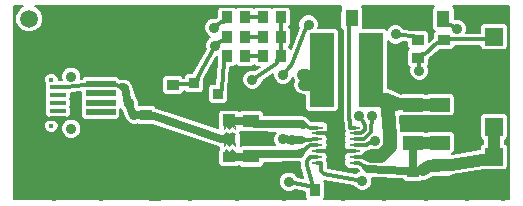
<source format=gtl>
%FSLAX45Y45*%
G04 Gerber Fmt 4.5, Leading zero omitted, Abs format (unit mm)*
G04 Created by KiCad (PCBNEW (2014-07-12 BZR 4289 GOST-COMMITTERS)-product) date 07.04.2017 13:29:06*
%MOMM*%
G01*
G04 APERTURE LIST*
%ADD10C,0.150000*%
%ADD11C,0.100000*%
%ADD12C,0.900000*%
%ADD13R,2.500000X2.000000*%
%ADD14R,2.500000X0.500000*%
%ADD15C,0.400000*%
%ADD16R,1.400000X1.600000*%
%ADD17R,1.900000X1.900000*%
%ADD18R,1.350000X0.400000*%
%ADD19R,1.016000X0.889000*%
%ADD20R,1.400000X1.100000*%
%ADD21R,0.889000X1.016000*%
%ADD22R,1.100000X1.400000*%
%ADD23R,2.000000X6.300000*%
%ADD24R,0.900000X1.000000*%
%ADD25R,1.000000X0.900000*%
%ADD26R,1.700000X1.143000*%
%ADD27C,1.500000*%
%ADD28R,1.100000X1.000000*%
%ADD29R,1.100000X0.700000*%
%ADD30R,1.100000X0.900000*%
%ADD31R,0.914400X0.914400*%
%ADD32R,1.500000X1.500000*%
%ADD33C,5.000000*%
%ADD34R,0.800000X0.800000*%
%ADD35O,1.000000X0.250000*%
%ADD36R,1.000000X0.250000*%
%ADD37C,0.300000*%
%ADD38C,0.700000*%
%ADD39C,1.200000*%
%ADD40C,1.000000*%
%ADD41C,0.200000*%
G04 APERTURE END LIST*
D10*
D11*
X10587400Y-6407480D02*
X10687400Y-6407480D01*
X10612400Y-6382480D02*
X10587400Y-6407480D01*
X10637400Y-6407480D02*
X10612400Y-6382480D01*
X10662400Y-6382480D02*
X10637400Y-6407480D01*
X10687400Y-6407480D02*
X10662400Y-6382480D01*
X10672400Y-6402480D02*
X10662400Y-6402480D01*
X10662400Y-6392480D02*
X10672400Y-6402480D01*
X10652400Y-6402480D02*
X10662400Y-6392480D01*
X10622400Y-6402480D02*
X10607400Y-6402480D01*
X10612400Y-6392480D02*
X10622400Y-6402480D01*
X10597400Y-6402480D02*
X10612400Y-6392480D01*
X10662400Y-6337480D02*
X10687400Y-6362480D01*
X10637400Y-6362480D02*
X10662400Y-6337480D01*
X10612400Y-6337480D02*
X10587400Y-6362480D01*
X10637400Y-6362480D02*
X10612400Y-6337480D01*
X10587400Y-6332480D02*
X10587400Y-6362480D01*
X10687400Y-6332480D02*
X10587400Y-6332480D01*
X10687400Y-6362480D02*
X10687400Y-6332480D01*
X10682400Y-6347480D02*
X10672400Y-6337480D01*
X10682400Y-6337480D02*
X10682400Y-6347480D01*
X10602400Y-6337480D02*
X10597400Y-6342480D01*
X10592400Y-6337480D02*
X10602400Y-6337480D01*
X10592400Y-6352480D02*
X10592400Y-6337480D01*
X10627400Y-6342480D02*
X10637400Y-6342480D01*
X10637400Y-6352480D02*
X10627400Y-6342480D01*
X10652400Y-6337480D02*
X10637400Y-6352480D01*
X10617400Y-6337480D02*
X10652400Y-6337480D01*
X10617400Y-6192480D02*
X10652400Y-6192480D01*
X10652400Y-6192480D02*
X10637400Y-6207480D01*
X10637400Y-6207480D02*
X10627400Y-6197480D01*
X10627400Y-6197480D02*
X10637400Y-6197480D01*
X10592400Y-6207480D02*
X10592400Y-6192480D01*
X10592400Y-6192480D02*
X10602400Y-6192480D01*
X10602400Y-6192480D02*
X10597400Y-6197480D01*
X10597400Y-6257480D02*
X10612400Y-6247480D01*
X10612400Y-6247480D02*
X10622400Y-6257480D01*
X10622400Y-6257480D02*
X10607400Y-6257480D01*
X10652400Y-6257480D02*
X10662400Y-6247480D01*
X10662400Y-6247480D02*
X10672400Y-6257480D01*
X10672400Y-6257480D02*
X10662400Y-6257480D01*
X10682400Y-6192480D02*
X10682400Y-6202480D01*
X10682400Y-6202480D02*
X10672400Y-6192480D01*
X10687400Y-6217480D02*
X10687400Y-6187480D01*
X10687400Y-6187480D02*
X10587400Y-6187480D01*
X10587400Y-6187480D02*
X10587400Y-6217480D01*
X10687400Y-6262480D02*
X10662400Y-6237480D01*
X10662400Y-6237480D02*
X10637400Y-6262480D01*
X10637400Y-6262480D02*
X10612400Y-6237480D01*
X10612400Y-6237480D02*
X10587400Y-6262480D01*
X10587400Y-6262480D02*
X10687400Y-6262480D01*
X10637400Y-6217480D02*
X10612400Y-6192480D01*
X10612400Y-6192480D02*
X10587400Y-6217480D01*
X10637400Y-6217480D02*
X10662400Y-6192480D01*
X10662400Y-6192480D02*
X10687400Y-6217480D01*
D12*
X9296400Y-6214400D03*
D13*
X8996400Y-5549400D03*
X8996400Y-6439400D03*
X9546400Y-5549400D03*
X9546400Y-6439400D03*
D14*
X9546400Y-5834400D03*
X9546400Y-5914400D03*
X9546400Y-5994400D03*
X9546400Y-6074400D03*
X9546400Y-6154400D03*
D12*
X9296400Y-5774400D03*
D15*
X9130400Y-5799400D03*
D16*
X9150400Y-5674400D03*
X9150400Y-6314400D03*
D17*
X8915400Y-5589400D03*
X8915400Y-5849400D03*
X8915400Y-6139400D03*
X8915400Y-6399400D03*
D18*
X9184400Y-5864400D03*
X9184400Y-5929400D03*
X9184400Y-5994400D03*
X9184400Y-6059400D03*
X9184400Y-6124400D03*
D15*
X9130400Y-6189400D03*
D19*
X9931400Y-6096000D03*
X9931400Y-5943600D03*
D20*
X10820400Y-6150200D03*
X10820400Y-5940200D03*
X10820400Y-6448200D03*
X10820400Y-6658200D03*
D21*
X11361920Y-6732990D03*
X11514320Y-6732990D03*
D22*
X11672800Y-5272570D03*
X11882800Y-5272570D03*
D20*
X12420600Y-6524400D03*
X12420600Y-6734400D03*
D19*
X12192000Y-6578600D03*
X12192000Y-6731000D03*
D21*
X10769600Y-5600700D03*
X10617200Y-5600700D03*
X10769600Y-5435600D03*
X10617200Y-5435600D03*
X10769600Y-5270500D03*
X10617200Y-5270500D03*
D23*
X11421130Y-5713780D03*
X11836130Y-5713780D03*
D24*
X10923200Y-5600700D03*
X11073200Y-5600700D03*
X11073200Y-5435600D03*
X10923200Y-5435600D03*
X11073200Y-5270500D03*
X10923200Y-5270500D03*
D25*
X12235000Y-5462200D03*
X12235000Y-5612200D03*
X12455200Y-5610900D03*
X12455200Y-5460900D03*
D22*
X12449400Y-5281330D03*
X12239400Y-5281330D03*
D26*
X12189100Y-6012200D03*
X12189100Y-6332200D03*
X12420600Y-6012200D03*
X12420600Y-6332200D03*
D27*
X8940800Y-5283200D03*
X8940800Y-6705600D03*
D28*
X10637400Y-6142480D03*
D29*
X10637400Y-6297480D03*
D30*
X10637400Y-6452480D03*
D25*
X10160000Y-5843200D03*
X10160000Y-5993200D03*
D31*
X10337800Y-6007100D03*
X10337800Y-5829300D03*
X10541000Y-5918200D03*
D32*
X12877800Y-6451600D03*
X12877800Y-6197600D03*
D27*
X12877800Y-5943600D03*
D32*
X12877800Y-5435600D03*
D27*
X12877800Y-5689600D03*
D33*
X10007600Y-6575990D03*
X10010200Y-5418040D03*
D34*
X11498210Y-6433810D03*
X11578210Y-6193810D03*
D35*
X11698210Y-6203810D03*
X11698210Y-6353810D03*
X11698210Y-6303810D03*
X11698210Y-6253810D03*
X11698210Y-6453810D03*
X11698210Y-6503810D03*
X11698210Y-6403810D03*
X11378210Y-6403810D03*
X11378210Y-6503810D03*
X11378210Y-6453810D03*
D36*
X11378210Y-6203810D03*
D35*
X11378210Y-6253810D03*
X11378210Y-6303810D03*
X11378210Y-6353810D03*
D34*
X11578210Y-6273810D03*
X11578210Y-6353810D03*
X11578210Y-6433810D03*
X11578210Y-6513810D03*
X11498210Y-6193810D03*
X11498210Y-6273810D03*
X11498210Y-6353810D03*
X11498210Y-6513810D03*
D12*
X10827000Y-6300120D03*
X9150000Y-5210000D03*
X9550000Y-5210000D03*
X10500000Y-5210000D03*
X11330520Y-5210000D03*
X11550000Y-5210000D03*
X12000000Y-5210000D03*
X12600000Y-5210000D03*
X12950000Y-5210000D03*
X12950000Y-6780000D03*
X12650000Y-6780000D03*
X12300000Y-6780000D03*
X11950000Y-6780000D03*
X11100000Y-6780000D03*
X10700000Y-6780000D03*
X10300000Y-6780000D03*
X9550000Y-6780000D03*
X9150000Y-6780000D03*
X11595430Y-6781350D03*
X10687600Y-5759590D03*
X10660600Y-6010000D03*
X12061800Y-5560340D03*
X12307500Y-6190370D03*
X9785020Y-5999000D03*
X9831640Y-6093630D03*
X10832800Y-5797860D03*
X12045100Y-5415830D03*
X11307070Y-5331260D03*
X11092000Y-5756410D03*
X11141600Y-6660920D03*
X10516300Y-5511920D03*
X11871250Y-6319540D03*
X10507800Y-5358070D03*
X11845770Y-6105330D03*
X12244200Y-5722390D03*
X11732270Y-6104480D03*
X12560100Y-5366470D03*
X11763180Y-6655920D03*
X11266300Y-5840070D03*
X11171000Y-6306440D03*
X11264200Y-5762090D03*
X11094800Y-6302550D03*
D37*
X11698210Y-6403810D02*
X11576840Y-6404420D01*
X11576840Y-6404420D02*
X11578210Y-6353810D01*
X11498210Y-6273810D02*
X11498900Y-6252080D01*
X11498900Y-6252080D02*
X11378210Y-6253810D01*
X11498210Y-6433810D02*
X11496240Y-6424200D01*
X11496240Y-6424200D02*
X11494470Y-6401760D01*
X11494470Y-6401760D02*
X11378210Y-6403810D01*
X11579220Y-6423030D02*
X11578050Y-6426540D01*
X11486890Y-6274610D02*
X11498210Y-6273810D01*
D38*
X11978500Y-5280930D02*
X12000000Y-5210000D01*
X9996610Y-6611250D02*
X9977840Y-6608110D01*
D37*
X10000000Y-5380000D02*
X9989500Y-5380190D01*
X9989500Y-5380190D02*
X9983370Y-5380190D01*
X9983370Y-5380190D02*
X9978860Y-5381210D01*
X9978860Y-5381210D02*
X9985540Y-5385430D01*
D38*
X9986460Y-5372860D02*
X9977930Y-5372210D01*
D37*
X9977930Y-5372210D02*
X9987330Y-5364520D01*
X9546400Y-6439400D02*
X9436400Y-6376900D01*
X9436400Y-6376900D02*
X9421400Y-6376900D01*
X9421400Y-6376900D02*
X9220400Y-6376900D01*
X9220400Y-6376900D02*
X9205400Y-6376900D01*
X9205400Y-6376900D02*
X9150400Y-6314400D01*
X9546400Y-6439400D02*
X9546400Y-6354400D01*
X9546400Y-6354400D02*
X9546400Y-6339400D01*
X9546400Y-6339400D02*
X9546400Y-6179400D01*
X9546400Y-6179400D02*
X9546400Y-6164400D01*
X9546400Y-6164400D02*
X9546400Y-6154400D01*
D38*
X12877800Y-5689600D02*
X12877800Y-5829610D01*
D37*
X9993890Y-5424800D02*
X9993890Y-5411280D01*
X9993890Y-5411280D02*
X10003440Y-5401730D01*
X10003440Y-5401730D02*
X10017600Y-5389470D01*
X9953270Y-6589040D02*
X9677610Y-6524400D01*
X9677610Y-6524400D02*
X9671400Y-6524400D01*
X9671400Y-6524400D02*
X9656400Y-6524400D01*
X9656400Y-6524400D02*
X9546400Y-6439400D01*
D38*
X12387000Y-6750520D02*
X12405600Y-6734400D01*
X12405600Y-6734400D02*
X12420600Y-6734400D01*
X12877800Y-5943600D02*
X12877800Y-5829610D01*
D37*
X10820400Y-5940200D02*
X10765400Y-5900200D01*
X10765400Y-5900200D02*
X10765400Y-5885200D01*
X10765400Y-5885200D02*
X10765400Y-5878990D01*
X10765400Y-5878990D02*
X10687600Y-5759590D01*
D38*
X9977930Y-5372210D02*
X9550000Y-5210000D01*
D37*
X9975830Y-5381210D02*
X9677610Y-5464400D01*
X9677610Y-5464400D02*
X9671400Y-5464400D01*
X9671400Y-5464400D02*
X9656400Y-5464400D01*
X9656400Y-5464400D02*
X9546400Y-5549400D01*
D38*
X12299900Y-6725000D02*
X12300000Y-6780000D01*
D37*
X10160000Y-5993200D02*
X10195000Y-6000150D01*
X10195000Y-6000150D02*
X10210000Y-6000150D01*
X10210000Y-6000150D02*
X10292080Y-6000150D01*
X10292080Y-6000150D02*
X10307080Y-6000150D01*
X10307080Y-6000150D02*
X10337800Y-6007100D01*
D38*
X11978500Y-5280930D02*
X12184400Y-5280930D01*
X12184400Y-5280930D02*
X12219400Y-5280930D01*
X12219400Y-5280930D02*
X12239400Y-5281330D01*
X12650000Y-6780000D02*
X12950000Y-6780000D01*
D37*
X8915400Y-5849400D02*
X8915400Y-5769400D01*
X8915400Y-5769400D02*
X8915400Y-5754400D01*
X8915400Y-5754400D02*
X8915400Y-5684400D01*
X8915400Y-5684400D02*
X8915400Y-5669400D01*
X8915400Y-5669400D02*
X8915400Y-5589400D01*
X9150400Y-5674400D02*
X9205400Y-5611900D01*
X9205400Y-5611900D02*
X9220400Y-5611900D01*
X9220400Y-5611900D02*
X9421400Y-5611900D01*
X9421400Y-5611900D02*
X9436400Y-5611900D01*
X9436400Y-5611900D02*
X9546400Y-5549400D01*
D38*
X11514320Y-6732990D02*
X11523770Y-6748790D01*
X11523770Y-6748790D02*
X11558770Y-6748790D01*
X11558770Y-6748790D02*
X11573270Y-6748790D01*
X11573270Y-6748790D02*
X11593770Y-6769290D01*
X11593770Y-6769290D02*
X11595430Y-6781350D01*
X11882800Y-5272570D02*
X11902800Y-5280930D01*
X11902800Y-5280930D02*
X11937800Y-5280930D01*
X11937800Y-5280930D02*
X11978500Y-5280930D01*
X12877800Y-5829610D02*
X12830580Y-5829610D01*
X12830580Y-5829610D02*
X12289770Y-5832400D01*
X12289770Y-5832400D02*
X12198630Y-5832400D01*
X12198630Y-5832400D02*
X12134190Y-5767960D01*
X12134190Y-5767960D02*
X12061800Y-5560340D01*
D37*
X8940800Y-6705600D02*
X8940800Y-6539400D01*
X8940800Y-6539400D02*
X8940800Y-6524400D01*
X8940800Y-6524400D02*
X8996400Y-6439400D01*
X9953270Y-6589040D02*
X9953270Y-6597980D01*
X9953270Y-6597980D02*
X9958290Y-6612320D01*
X9977840Y-6608110D02*
X9987740Y-6615800D01*
X8915400Y-6399400D02*
X8915400Y-6319400D01*
X8915400Y-6319400D02*
X8915400Y-6304400D01*
X8915400Y-6304400D02*
X8915400Y-6234400D01*
X8915400Y-6234400D02*
X8915400Y-6219400D01*
X8915400Y-6219400D02*
X8915400Y-6139400D01*
X9977840Y-6608110D02*
X9970770Y-6603320D01*
X9970770Y-6603320D02*
X9964590Y-6597120D01*
X9964590Y-6597120D02*
X9953270Y-6589040D01*
D38*
X10700000Y-6780000D02*
X11100000Y-6780000D01*
X12950000Y-5210000D02*
X12600000Y-5210000D01*
X12192000Y-6731000D02*
X12207800Y-6725000D01*
X12207800Y-6725000D02*
X12242800Y-6725000D01*
X12242800Y-6725000D02*
X12299900Y-6725000D01*
D37*
X9931400Y-5943600D02*
X9967200Y-5914150D01*
X9967200Y-5914150D02*
X9967200Y-5899150D01*
X9967200Y-5899150D02*
X9967200Y-5892940D01*
X9967200Y-5892940D02*
X9993890Y-5424800D01*
X8915400Y-6139400D02*
X8915400Y-6059400D01*
X8915400Y-6059400D02*
X8915400Y-6044400D01*
X8915400Y-6044400D02*
X8915400Y-5944400D01*
X8915400Y-5944400D02*
X8915400Y-5929400D01*
X8915400Y-5929400D02*
X8915400Y-5849400D01*
D38*
X9977840Y-6608110D02*
X9975310Y-6610650D01*
X9975310Y-6610650D02*
X9973020Y-6618420D01*
X9973020Y-6618420D02*
X9964390Y-6627050D01*
X9964390Y-6627050D02*
X9550000Y-6780000D01*
D37*
X8915400Y-6139400D02*
X8995400Y-6129400D01*
X8995400Y-6129400D02*
X9010400Y-6129400D01*
X9010400Y-6129400D02*
X9116900Y-6129400D01*
X9116900Y-6129400D02*
X9131900Y-6129400D01*
X9131900Y-6129400D02*
X9184400Y-6124400D01*
D38*
X10500000Y-5210000D02*
X10009670Y-5370330D01*
X10009670Y-5370330D02*
X10000000Y-5380000D01*
D37*
X9931400Y-5943600D02*
X9967200Y-5968400D01*
X9967200Y-5968400D02*
X9982200Y-5968400D01*
X9982200Y-5968400D02*
X10110000Y-5968400D01*
X10110000Y-5968400D02*
X10125000Y-5968400D01*
X10125000Y-5968400D02*
X10160000Y-5993200D01*
X9546400Y-5549400D02*
X9571400Y-5549400D01*
X9571400Y-5549400D02*
X9614940Y-5521140D01*
D38*
X9996610Y-6611250D02*
X10300000Y-6780000D01*
X10820400Y-6658200D02*
X10785400Y-6638200D01*
X10785400Y-6638200D02*
X10750400Y-6638200D01*
X10750400Y-6638200D02*
X10735900Y-6638200D01*
X10735900Y-6638200D02*
X9996610Y-6611250D01*
D37*
X9953270Y-6589040D02*
X9977070Y-6588120D01*
D38*
X12455200Y-5610900D02*
X12470200Y-5620900D01*
X12470200Y-5620900D02*
X12505200Y-5620900D01*
X12505200Y-5620900D02*
X12519700Y-5620900D01*
X12519700Y-5620900D02*
X12877800Y-5689600D01*
X10000000Y-5380000D02*
X9986460Y-5372860D01*
X12420600Y-6734400D02*
X12385600Y-6725000D01*
X12385600Y-6725000D02*
X12350600Y-6725000D01*
X12350600Y-6725000D02*
X12299900Y-6725000D01*
D37*
X9986460Y-5372860D02*
X9978860Y-5381210D01*
X9981330Y-5387170D02*
X9993890Y-5424800D01*
X9699230Y-5851320D02*
X9707880Y-5851320D01*
X9707880Y-5851320D02*
X9735380Y-5863410D01*
X9735380Y-5863410D02*
X9738640Y-5863410D01*
X9738640Y-5863410D02*
X9744950Y-5865950D01*
X11073200Y-5435600D02*
X11073200Y-5400600D01*
X11073200Y-5400600D02*
X11073200Y-5385600D01*
X11073200Y-5385600D02*
X11073200Y-5320500D01*
X11073200Y-5320500D02*
X11073200Y-5305500D01*
X11073200Y-5305500D02*
X11073200Y-5270500D01*
X10832800Y-5797860D02*
X11034410Y-5665700D01*
X11034410Y-5665700D02*
X11043200Y-5656910D01*
X11043200Y-5656910D02*
X11043200Y-5650700D01*
X11043200Y-5650700D02*
X11043200Y-5635700D01*
X11043200Y-5635700D02*
X11073200Y-5600700D01*
D38*
X9785020Y-5999000D02*
X9783040Y-6001970D01*
D37*
X11073200Y-5435600D02*
X11073200Y-5470600D01*
X11073200Y-5470600D02*
X11073200Y-5485600D01*
X11073200Y-5485600D02*
X11073200Y-5550700D01*
X11073200Y-5550700D02*
X11073200Y-5565700D01*
X11073200Y-5565700D02*
X11073200Y-5600700D01*
D38*
X9831640Y-6093630D02*
X9880600Y-6093630D01*
X9880600Y-6093630D02*
X9915600Y-6093630D01*
X9915600Y-6093630D02*
X9931400Y-6096000D01*
D37*
X9546400Y-5834400D02*
X9656400Y-5844400D01*
X9656400Y-5844400D02*
X9671400Y-5844400D01*
X9671400Y-5844400D02*
X9677610Y-5844400D01*
X9677610Y-5844400D02*
X9699230Y-5851320D01*
X9742550Y-5846090D02*
X9717120Y-5846090D01*
X9717120Y-5846090D02*
X9699230Y-5851320D01*
D38*
X9783040Y-6001970D02*
X9816230Y-6078210D01*
X9816230Y-6078210D02*
X9831640Y-6093630D01*
X9783040Y-6001970D02*
X9781520Y-6000450D01*
X9781520Y-6000450D02*
X9751450Y-5872450D01*
X9751450Y-5872450D02*
X9744950Y-5865950D01*
D37*
X9184400Y-5864400D02*
X9236900Y-5859400D01*
X9236900Y-5859400D02*
X9251900Y-5859400D01*
X9251900Y-5859400D02*
X9258110Y-5859400D01*
X9258110Y-5859400D02*
X9402760Y-5844390D01*
X9402760Y-5844390D02*
X9421400Y-5844390D01*
X9421400Y-5844390D02*
X9436400Y-5844390D01*
X9436400Y-5844390D02*
X9546400Y-5834400D01*
X9699230Y-5851320D02*
X9707910Y-5860440D01*
X9707910Y-5860440D02*
X9728200Y-5880730D01*
X9728200Y-5880730D02*
X9731470Y-5880730D01*
D38*
X9931400Y-6096000D02*
X9947200Y-6105450D01*
X9947200Y-6105450D02*
X9982200Y-6105450D01*
X9982200Y-6105450D02*
X9996700Y-6105450D01*
X9996700Y-6105450D02*
X10567900Y-6297480D01*
X10567900Y-6297480D02*
X10582400Y-6297480D01*
X10582400Y-6297480D02*
X10617400Y-6297480D01*
X10617400Y-6297480D02*
X10637400Y-6297480D01*
D37*
X11307070Y-5331260D02*
X11276120Y-5380140D01*
X11276120Y-5380140D02*
X11163210Y-5669340D01*
X11163210Y-5669340D02*
X11092000Y-5756410D01*
X11141600Y-6660920D02*
X11311260Y-6697190D01*
X11311260Y-6697190D02*
X11317470Y-6697190D01*
X11317470Y-6697190D02*
X11332470Y-6697190D01*
X11332470Y-6697190D02*
X11361920Y-6732990D01*
X11361920Y-6732990D02*
X11332470Y-6697190D01*
X11332470Y-6697190D02*
X11332470Y-6682190D01*
X11332470Y-6682190D02*
X11332470Y-6675980D01*
X11332470Y-6675980D02*
X11290710Y-6524520D01*
X11290710Y-6524520D02*
X11290710Y-6483100D01*
X11290710Y-6483100D02*
X11320000Y-6453810D01*
X11320000Y-6453810D02*
X11340710Y-6453810D01*
X11340710Y-6453810D02*
X11378210Y-6453810D01*
X12045100Y-5415830D02*
X12178790Y-5432200D01*
X12178790Y-5432200D02*
X12185000Y-5432200D01*
X12185000Y-5432200D02*
X12200000Y-5432200D01*
X12200000Y-5432200D02*
X12235000Y-5462200D01*
X11698210Y-6203810D02*
X11660710Y-6203810D01*
X11660710Y-6203810D02*
X11655280Y-6141020D01*
X11655280Y-6141020D02*
X11653480Y-6139200D01*
X11653480Y-6139200D02*
X11652000Y-6137730D01*
X11652000Y-6137730D02*
X11652000Y-5342570D01*
X11652000Y-5342570D02*
X11652000Y-5327570D01*
X11652000Y-5327570D02*
X11672800Y-5272570D01*
X11871250Y-6319540D02*
X11802910Y-6346750D01*
X11802910Y-6346750D02*
X11800700Y-6348960D01*
X11800700Y-6348960D02*
X11792390Y-6352400D01*
X11792390Y-6352400D02*
X11777130Y-6353810D01*
X11777130Y-6353810D02*
X11735710Y-6353810D01*
X11735710Y-6353810D02*
X11698210Y-6353810D01*
X10516300Y-5511920D02*
X10566540Y-5471400D01*
X10566540Y-5471400D02*
X10572750Y-5471400D01*
X10572750Y-5471400D02*
X10587750Y-5471400D01*
X10587750Y-5471400D02*
X10617200Y-5435600D01*
X10337800Y-5829300D02*
X10368520Y-5798580D01*
X10368520Y-5798580D02*
X10368520Y-5783580D01*
X10368520Y-5783580D02*
X10368520Y-5777370D01*
X10368520Y-5777370D02*
X10516300Y-5511920D01*
X10160000Y-5843200D02*
X10195000Y-5836250D01*
X10195000Y-5836250D02*
X10210000Y-5836250D01*
X10210000Y-5836250D02*
X10292080Y-5836250D01*
X10292080Y-5836250D02*
X10307080Y-5836250D01*
X10307080Y-5836250D02*
X10337800Y-5829300D01*
X10507800Y-5358070D02*
X10566540Y-5306300D01*
X10566540Y-5306300D02*
X10572750Y-5306300D01*
X10572750Y-5306300D02*
X10587750Y-5306300D01*
X10587750Y-5306300D02*
X10617200Y-5270500D01*
X11845770Y-6105330D02*
X11833320Y-6244240D01*
X11833320Y-6244240D02*
X11776140Y-6301420D01*
X11776140Y-6301420D02*
X11756420Y-6303810D01*
X11756420Y-6303810D02*
X11735710Y-6303810D01*
X11735710Y-6303810D02*
X11698210Y-6303810D01*
X12235000Y-5612200D02*
X12270000Y-5582200D01*
X12270000Y-5582200D02*
X12285000Y-5582200D01*
X12285000Y-5582200D02*
X12291210Y-5582200D01*
X12291210Y-5582200D02*
X12398990Y-5490900D01*
X12398990Y-5490900D02*
X12405200Y-5490900D01*
X12405200Y-5490900D02*
X12420200Y-5490900D01*
X12420200Y-5490900D02*
X12455200Y-5460900D01*
X12455200Y-5460900D02*
X12490200Y-5456480D01*
X12490200Y-5456480D02*
X12505200Y-5456480D01*
X12505200Y-5456480D02*
X12802800Y-5456480D01*
X12802800Y-5456480D02*
X12817800Y-5456480D01*
X12817800Y-5456480D02*
X12877800Y-5435600D01*
X11732270Y-6104480D02*
X11755790Y-6142600D01*
X11755790Y-6142600D02*
X11783270Y-6184110D01*
X11783270Y-6184110D02*
X11783270Y-6223510D01*
X11783270Y-6223510D02*
X11755410Y-6251370D01*
X11755410Y-6251370D02*
X11735710Y-6253810D01*
X11735710Y-6253810D02*
X11698210Y-6253810D01*
X12244200Y-5722390D02*
X12244200Y-5657200D01*
X12244200Y-5657200D02*
X12244200Y-5642200D01*
X12244200Y-5642200D02*
X12235000Y-5612200D01*
X12560100Y-5366470D02*
X12510610Y-5336330D01*
X12510610Y-5336330D02*
X12504400Y-5336330D01*
X12504400Y-5336330D02*
X12489400Y-5336330D01*
X12489400Y-5336330D02*
X12449400Y-5281330D01*
X11763180Y-6655920D02*
X11439570Y-6598820D01*
X11439570Y-6598820D02*
X11413200Y-6572450D01*
X11413200Y-6572450D02*
X11413200Y-6503810D01*
X11413200Y-6503810D02*
X11378210Y-6503810D01*
X11295940Y-6193450D02*
X11265370Y-6162310D01*
X11295940Y-6193450D02*
X11252390Y-6196270D01*
D38*
X10637400Y-6142480D02*
X10657400Y-6146340D01*
X10657400Y-6146340D02*
X10692400Y-6146340D01*
X10692400Y-6146340D02*
X10750400Y-6146340D01*
X10750400Y-6146340D02*
X10785400Y-6146340D01*
X10785400Y-6146340D02*
X10820400Y-6150200D01*
D37*
X11251100Y-6176310D02*
X11323030Y-6203810D01*
X11323030Y-6203810D02*
X11328210Y-6203810D01*
X11328210Y-6203810D02*
X11343210Y-6203810D01*
X11343210Y-6203810D02*
X11378210Y-6203810D01*
D38*
X10820400Y-6150200D02*
X10855400Y-6170200D01*
X10855400Y-6170200D02*
X10890400Y-6170200D01*
X10890400Y-6170200D02*
X10904900Y-6170200D01*
X10904900Y-6170200D02*
X11251100Y-6176310D01*
D37*
X11272520Y-6394010D02*
X11230160Y-6404480D01*
X11272520Y-6394010D02*
X11252800Y-6432940D01*
X11234960Y-6423900D02*
X11320750Y-6355630D01*
X11320750Y-6355630D02*
X11331940Y-6355630D01*
X11331940Y-6355630D02*
X11340710Y-6353810D01*
X11340710Y-6353810D02*
X11378210Y-6353810D01*
D38*
X10637400Y-6452480D02*
X10657400Y-6450340D01*
X10657400Y-6450340D02*
X10692400Y-6450340D01*
X10692400Y-6450340D02*
X10750400Y-6450340D01*
X10750400Y-6450340D02*
X10785400Y-6450340D01*
X10785400Y-6450340D02*
X10820400Y-6448200D01*
X10820400Y-6448200D02*
X10855400Y-6428200D01*
X10855400Y-6428200D02*
X10890400Y-6428200D01*
X10890400Y-6428200D02*
X10904900Y-6428200D01*
X10904900Y-6428200D02*
X11234960Y-6423900D01*
D37*
X11756420Y-6453810D02*
X11824480Y-6483390D01*
X11756420Y-6453810D02*
X11814100Y-6407130D01*
D39*
X12047130Y-6007050D02*
X11960980Y-5968780D01*
X11960980Y-5968780D02*
X11936130Y-5968780D01*
X11936130Y-5968780D02*
X11876130Y-5968780D01*
X11876130Y-5968780D02*
X11836130Y-5713780D01*
D37*
X11698210Y-6453810D02*
X11735710Y-6453810D01*
X11735710Y-6453810D02*
X11756420Y-6453810D01*
X11756420Y-6453810D02*
X11842410Y-6442110D01*
D40*
X12189100Y-6012200D02*
X12154100Y-6007050D01*
X12154100Y-6007050D02*
X12104100Y-6007050D01*
X12104100Y-6007050D02*
X12047130Y-6007050D01*
X12420600Y-6012200D02*
X12385600Y-6012200D01*
X12385600Y-6012200D02*
X12335600Y-6012200D01*
X12335600Y-6012200D02*
X12274100Y-6012200D01*
X12274100Y-6012200D02*
X12224100Y-6012200D01*
X12224100Y-6012200D02*
X12189100Y-6012200D01*
D39*
X11836130Y-5713780D02*
X11876130Y-5968780D01*
X11876130Y-5968780D02*
X11936130Y-5968780D01*
X11936130Y-5968780D02*
X11974260Y-6009810D01*
X11974260Y-6009810D02*
X11976500Y-6012060D01*
X11976500Y-6012060D02*
X11976500Y-6036310D01*
X11976500Y-6036310D02*
X11980780Y-6051350D01*
X11980780Y-6051350D02*
X11993820Y-6268770D01*
X11993820Y-6268770D02*
X11993820Y-6370310D01*
X11993820Y-6370310D02*
X11922020Y-6442110D01*
X11922020Y-6442110D02*
X11842410Y-6442110D01*
D37*
X11289990Y-6305480D02*
X11249460Y-6289300D01*
X11289990Y-6305480D02*
X11251280Y-6325620D01*
X11242050Y-6307880D02*
X11295190Y-6305220D01*
X11295190Y-6305220D02*
X11378210Y-6303810D01*
D38*
X11371000Y-5838150D02*
X11418200Y-5838150D01*
X11418200Y-5838150D02*
X11421130Y-5713780D01*
X11171000Y-6306440D02*
X11094800Y-6302550D01*
X11242050Y-6307880D02*
X11171000Y-6306440D01*
D40*
X11264200Y-5762090D02*
X11341700Y-5767440D01*
X11266300Y-5840070D02*
X11371000Y-5838150D01*
D37*
X11770610Y-6528410D02*
X11792570Y-6566120D01*
X11770610Y-6528410D02*
X11813510Y-6536400D01*
D38*
X12192000Y-6578600D02*
X12207800Y-6569150D01*
X12207800Y-6569150D02*
X12242800Y-6569150D01*
X12242800Y-6569150D02*
X12278700Y-6564050D01*
X12189100Y-6332200D02*
X12190550Y-6354350D01*
X12190550Y-6354350D02*
X12190550Y-6389350D01*
X12190550Y-6389350D02*
X12190550Y-6534150D01*
X12190550Y-6534150D02*
X12190550Y-6569150D01*
X12190550Y-6569150D02*
X12192000Y-6578600D01*
D40*
X12420600Y-6332200D02*
X12385600Y-6332200D01*
X12385600Y-6332200D02*
X12335600Y-6332200D01*
X12335600Y-6332200D02*
X12274100Y-6332200D01*
X12274100Y-6332200D02*
X12224100Y-6332200D01*
X12224100Y-6332200D02*
X12189100Y-6332200D01*
X12420600Y-6524400D02*
X12440600Y-6519410D01*
X12440600Y-6519410D02*
X12490600Y-6519410D01*
X12490600Y-6519410D02*
X12511310Y-6519410D01*
X12511310Y-6519410D02*
X12782090Y-6476600D01*
X12782090Y-6476600D02*
X12802800Y-6476600D01*
X12802800Y-6476600D02*
X12852800Y-6476600D01*
X12852800Y-6476600D02*
X12877800Y-6451600D01*
D37*
X11809850Y-6556060D02*
X11735710Y-6503810D01*
X11735710Y-6503810D02*
X11698210Y-6503810D01*
D40*
X12877800Y-6451600D02*
X12877800Y-6426600D01*
X12877800Y-6426600D02*
X12877800Y-6376600D01*
X12877800Y-6376600D02*
X12877800Y-6272600D01*
X12877800Y-6272600D02*
X12877800Y-6222600D01*
X12877800Y-6222600D02*
X12877800Y-6197600D01*
D38*
X12192000Y-6578600D02*
X12176200Y-6569150D01*
X12176200Y-6569150D02*
X12141200Y-6569150D01*
X12141200Y-6569150D02*
X12126700Y-6569150D01*
X12126700Y-6569150D02*
X11809850Y-6556060D01*
D40*
X12278700Y-6564050D02*
X12329890Y-6529390D01*
X12329890Y-6529390D02*
X12350600Y-6529390D01*
X12350600Y-6529390D02*
X12400600Y-6529390D01*
X12400600Y-6529390D02*
X12420600Y-6524400D01*
D37*
X10541000Y-5918200D02*
X10571720Y-5887480D01*
X10571720Y-5887480D02*
X10571720Y-5872480D01*
X10571720Y-5872480D02*
X10571720Y-5866270D01*
X10571720Y-5866270D02*
X10587750Y-5657710D01*
X10587750Y-5657710D02*
X10587750Y-5651500D01*
X10587750Y-5651500D02*
X10587750Y-5636500D01*
X10587750Y-5636500D02*
X10617200Y-5600700D01*
X10923200Y-5435600D02*
X10893200Y-5435600D01*
X10893200Y-5435600D02*
X10878200Y-5435600D01*
X10878200Y-5435600D02*
X10814050Y-5435600D01*
X10814050Y-5435600D02*
X10799050Y-5435600D01*
X10799050Y-5435600D02*
X10769600Y-5435600D01*
X10769600Y-5600700D02*
X10799050Y-5600700D01*
X10799050Y-5600700D02*
X10814050Y-5600700D01*
X10814050Y-5600700D02*
X10878200Y-5600700D01*
X10878200Y-5600700D02*
X10893200Y-5600700D01*
X10893200Y-5600700D02*
X10923200Y-5600700D01*
X10923200Y-5270500D02*
X10893200Y-5270500D01*
X10893200Y-5270500D02*
X10878200Y-5270500D01*
X10878200Y-5270500D02*
X10814050Y-5270500D01*
X10814050Y-5270500D02*
X10799050Y-5270500D01*
X10799050Y-5270500D02*
X10769600Y-5270500D01*
D41*
G36*
X11029719Y-6247414D02*
X11022783Y-6254338D01*
X11009815Y-6285568D01*
X11009785Y-6319383D01*
X11022699Y-6350636D01*
X11023707Y-6351646D01*
X10904414Y-6353200D01*
X10898357Y-6353200D01*
X10890400Y-6353200D01*
X10882444Y-6353200D01*
X10855400Y-6353200D01*
X10742444Y-6353200D01*
X10732400Y-6357360D01*
X10732400Y-6340436D01*
X10732400Y-6332480D01*
X10732400Y-6324523D01*
X10732400Y-6262480D01*
X10732400Y-6254523D01*
X10729355Y-6247173D01*
X10728975Y-6245259D01*
X10727891Y-6243637D01*
X10726310Y-6239822D01*
X10725856Y-6239368D01*
X10726715Y-6238083D01*
X10727742Y-6239110D01*
X10742444Y-6245200D01*
X10758357Y-6245200D01*
X10855400Y-6245200D01*
X10890400Y-6245200D01*
X10898357Y-6245200D01*
X10904239Y-6245200D01*
X11029719Y-6247414D01*
X11029719Y-6247414D01*
G37*
X11029719Y-6247414D02*
X11022783Y-6254338D01*
X11009815Y-6285568D01*
X11009785Y-6319383D01*
X11022699Y-6350636D01*
X11023707Y-6351646D01*
X10904414Y-6353200D01*
X10898357Y-6353200D01*
X10890400Y-6353200D01*
X10882444Y-6353200D01*
X10855400Y-6353200D01*
X10742444Y-6353200D01*
X10732400Y-6357360D01*
X10732400Y-6340436D01*
X10732400Y-6332480D01*
X10732400Y-6324523D01*
X10732400Y-6262480D01*
X10732400Y-6254523D01*
X10729355Y-6247173D01*
X10728975Y-6245259D01*
X10727891Y-6243637D01*
X10726310Y-6239822D01*
X10725856Y-6239368D01*
X10726715Y-6238083D01*
X10727742Y-6239110D01*
X10742444Y-6245200D01*
X10758357Y-6245200D01*
X10855400Y-6245200D01*
X10890400Y-6245200D01*
X10898357Y-6245200D01*
X10904239Y-6245200D01*
X11029719Y-6247414D01*
G36*
X11734549Y-6575780D02*
X11715094Y-6583818D01*
X11708482Y-6590419D01*
X11561130Y-6564419D01*
X11561130Y-6036736D01*
X11561130Y-6020823D01*
X11561130Y-5390824D01*
X11555040Y-5376122D01*
X11543788Y-5364870D01*
X11529086Y-5358780D01*
X11513173Y-5358780D01*
X11387679Y-5358780D01*
X11392055Y-5348242D01*
X11392085Y-5314427D01*
X11379171Y-5283174D01*
X11355281Y-5259243D01*
X11324052Y-5246275D01*
X11290237Y-5246245D01*
X11258984Y-5259159D01*
X11235053Y-5283049D01*
X11222085Y-5314278D01*
X11222055Y-5348093D01*
X11226189Y-5358098D01*
X11224886Y-5360137D01*
X11155828Y-5537018D01*
X11152110Y-5528042D01*
X11142219Y-5518150D01*
X11152110Y-5508258D01*
X11158200Y-5493557D01*
X11158200Y-5477644D01*
X11158200Y-5377644D01*
X11152110Y-5362942D01*
X11142219Y-5353050D01*
X11152110Y-5343158D01*
X11158200Y-5328457D01*
X11158200Y-5312544D01*
X11158200Y-5212544D01*
X11152110Y-5197842D01*
X11140858Y-5186590D01*
X11126157Y-5180500D01*
X11110244Y-5180500D01*
X11020244Y-5180500D01*
X11005542Y-5186590D01*
X10998200Y-5193931D01*
X10990858Y-5186590D01*
X10976157Y-5180500D01*
X10960244Y-5180500D01*
X10870244Y-5180500D01*
X10855542Y-5186590D01*
X10846525Y-5195606D01*
X10836708Y-5185790D01*
X10822007Y-5179700D01*
X10806094Y-5179700D01*
X10717194Y-5179700D01*
X10702492Y-5185790D01*
X10693400Y-5194881D01*
X10684308Y-5185790D01*
X10669607Y-5179700D01*
X10653694Y-5179700D01*
X10564794Y-5179700D01*
X10550092Y-5185790D01*
X10538840Y-5197042D01*
X10532750Y-5211744D01*
X10532750Y-5227657D01*
X10532750Y-5263543D01*
X10530174Y-5265038D01*
X10521048Y-5273082D01*
X10490967Y-5273055D01*
X10459714Y-5285969D01*
X10435783Y-5309859D01*
X10422815Y-5341088D01*
X10422785Y-5374903D01*
X10435699Y-5406156D01*
X10459589Y-5430087D01*
X10475637Y-5436751D01*
X10468214Y-5439819D01*
X10444283Y-5463709D01*
X10431315Y-5494938D01*
X10431285Y-5528753D01*
X10436693Y-5541842D01*
X10324383Y-5743580D01*
X10284124Y-5743580D01*
X10269422Y-5749670D01*
X10258170Y-5760922D01*
X10252080Y-5775623D01*
X10252080Y-5781250D01*
X10246275Y-5781250D01*
X10243910Y-5775542D01*
X10232658Y-5764290D01*
X10217957Y-5758200D01*
X10202044Y-5758200D01*
X10102044Y-5758200D01*
X10087342Y-5764290D01*
X10076090Y-5775542D01*
X10070000Y-5790243D01*
X10070000Y-5806156D01*
X10070000Y-5896156D01*
X10076090Y-5910858D01*
X10087342Y-5922110D01*
X10102044Y-5928200D01*
X10117957Y-5928200D01*
X10217957Y-5928200D01*
X10232658Y-5922110D01*
X10243910Y-5910858D01*
X10250000Y-5896156D01*
X10250000Y-5891250D01*
X10255507Y-5891250D01*
X10258170Y-5897678D01*
X10269422Y-5908930D01*
X10284124Y-5915020D01*
X10300037Y-5915020D01*
X10391477Y-5915020D01*
X10406178Y-5908930D01*
X10417430Y-5897678D01*
X10423520Y-5882976D01*
X10423520Y-5867063D01*
X10423520Y-5798580D01*
X10423520Y-5791648D01*
X10531920Y-5596934D01*
X10532750Y-5596934D01*
X10532750Y-5636500D01*
X10532750Y-5651500D01*
X10532750Y-5655599D01*
X10519155Y-5832480D01*
X10487324Y-5832480D01*
X10472622Y-5838570D01*
X10461370Y-5849822D01*
X10455280Y-5864523D01*
X10455280Y-5880436D01*
X10455280Y-5971876D01*
X10461370Y-5986578D01*
X10472622Y-5997830D01*
X10487324Y-6003920D01*
X10503237Y-6003920D01*
X10594677Y-6003920D01*
X10609378Y-5997830D01*
X10620630Y-5986578D01*
X10626720Y-5971876D01*
X10626720Y-5955963D01*
X10626720Y-5887480D01*
X10626720Y-5872480D01*
X10626720Y-5868381D01*
X10640315Y-5691500D01*
X10669607Y-5691500D01*
X10684308Y-5685410D01*
X10693400Y-5676319D01*
X10702492Y-5685410D01*
X10717194Y-5691500D01*
X10733107Y-5691500D01*
X10822007Y-5691500D01*
X10836708Y-5685410D01*
X10846525Y-5675594D01*
X10855542Y-5684610D01*
X10870244Y-5690700D01*
X10886157Y-5690700D01*
X10895950Y-5690700D01*
X10857337Y-5716012D01*
X10849782Y-5712875D01*
X10815967Y-5712845D01*
X10784714Y-5725758D01*
X10760783Y-5749648D01*
X10747815Y-5780878D01*
X10747785Y-5814693D01*
X10760699Y-5845946D01*
X10784589Y-5869877D01*
X10815818Y-5882845D01*
X10849633Y-5882875D01*
X10880886Y-5869961D01*
X10904817Y-5846071D01*
X10917785Y-5814842D01*
X10917791Y-5807910D01*
X11007006Y-5749428D01*
X11006985Y-5773243D01*
X11019899Y-5804496D01*
X11043789Y-5828427D01*
X11075018Y-5841395D01*
X11108833Y-5841425D01*
X11140086Y-5828511D01*
X11164017Y-5804621D01*
X11176733Y-5773998D01*
X11178876Y-5790723D01*
X11185575Y-5802420D01*
X11182533Y-5807159D01*
X11176315Y-5841720D01*
X11183796Y-5876030D01*
X11203838Y-5904866D01*
X11233389Y-5923837D01*
X11267950Y-5930055D01*
X11281130Y-5929813D01*
X11281130Y-6036736D01*
X11287220Y-6051438D01*
X11298472Y-6062690D01*
X11313173Y-6068780D01*
X11329086Y-6068780D01*
X11529086Y-6068780D01*
X11543788Y-6062690D01*
X11555040Y-6051438D01*
X11561130Y-6036736D01*
X11561130Y-6564419D01*
X11468200Y-6548022D01*
X11468200Y-6512724D01*
X11469973Y-6503810D01*
X11465977Y-6483719D01*
X11462697Y-6478810D01*
X11465977Y-6473901D01*
X11469973Y-6453810D01*
X11465977Y-6433719D01*
X11454596Y-6416687D01*
X11437564Y-6405306D01*
X11430042Y-6403810D01*
X11437564Y-6402314D01*
X11454596Y-6390933D01*
X11465977Y-6373901D01*
X11469973Y-6353810D01*
X11465977Y-6333719D01*
X11462697Y-6328810D01*
X11465977Y-6323901D01*
X11469973Y-6303810D01*
X11465977Y-6283719D01*
X11454596Y-6266687D01*
X11437956Y-6255568D01*
X11450868Y-6250220D01*
X11462120Y-6238968D01*
X11468210Y-6224266D01*
X11468210Y-6208353D01*
X11468210Y-6183353D01*
X11462120Y-6168652D01*
X11450868Y-6157400D01*
X11436166Y-6151310D01*
X11420253Y-6151310D01*
X11390778Y-6151310D01*
X11378210Y-6148810D01*
X11343210Y-6148810D01*
X11333185Y-6148810D01*
X11326790Y-6146365D01*
X11305078Y-6124248D01*
X11305061Y-6124221D01*
X11305032Y-6124201D01*
X11304618Y-6123780D01*
X11293786Y-6116396D01*
X11281019Y-6107536D01*
X11252423Y-6101322D01*
X10930400Y-6095638D01*
X10930400Y-6087243D01*
X10924310Y-6072542D01*
X10913058Y-6061290D01*
X10898357Y-6055200D01*
X10882444Y-6055200D01*
X10742444Y-6055200D01*
X10727742Y-6061290D01*
X10722760Y-6066271D01*
X10715058Y-6058570D01*
X10700357Y-6052480D01*
X10684444Y-6052480D01*
X10574444Y-6052480D01*
X10559742Y-6058570D01*
X10548490Y-6069822D01*
X10542400Y-6084523D01*
X10542400Y-6100436D01*
X10542400Y-6187480D01*
X10542400Y-6200436D01*
X10542400Y-6209782D01*
X10020600Y-6034360D01*
X10018250Y-6034057D01*
X10016110Y-6028892D01*
X10004858Y-6017640D01*
X9990157Y-6011550D01*
X9974244Y-6011550D01*
X9872644Y-6011550D01*
X9870008Y-6012642D01*
X9870035Y-5982167D01*
X9857122Y-5950914D01*
X9843787Y-5937556D01*
X9824462Y-5855298D01*
X9821933Y-5849739D01*
X9820741Y-5843749D01*
X9815929Y-5836547D01*
X9812341Y-5828663D01*
X9807876Y-5824495D01*
X9804483Y-5819417D01*
X9797983Y-5812917D01*
X9773651Y-5796659D01*
X9744950Y-5790950D01*
X9743398Y-5791259D01*
X9742550Y-5791090D01*
X9717120Y-5791090D01*
X9709463Y-5792613D01*
X9707803Y-5792759D01*
X9705310Y-5786742D01*
X9694058Y-5775490D01*
X9679357Y-5769400D01*
X9663444Y-5769400D01*
X9413444Y-5769400D01*
X9398742Y-5775490D01*
X9387490Y-5786742D01*
X9385785Y-5790856D01*
X9381385Y-5791313D01*
X9381415Y-5757567D01*
X9368502Y-5726314D01*
X9344612Y-5702383D01*
X9313382Y-5689415D01*
X9279567Y-5689385D01*
X9248314Y-5702298D01*
X9224383Y-5726188D01*
X9211415Y-5757418D01*
X9211385Y-5791233D01*
X9216826Y-5804400D01*
X9190396Y-5804400D01*
X9190410Y-5787518D01*
X9181295Y-5765457D01*
X9164432Y-5748564D01*
X9142387Y-5739410D01*
X9118518Y-5739390D01*
X9096457Y-5748505D01*
X9079564Y-5765368D01*
X9070410Y-5787413D01*
X9070390Y-5811282D01*
X9078845Y-5831747D01*
X9076900Y-5836443D01*
X9076900Y-5852356D01*
X9076900Y-5892356D01*
X9078782Y-5896900D01*
X9076900Y-5901443D01*
X9076900Y-5917356D01*
X9076900Y-5957356D01*
X9078782Y-5961900D01*
X9076900Y-5966443D01*
X9076900Y-5982356D01*
X9076900Y-6022356D01*
X9078782Y-6026900D01*
X9076900Y-6031443D01*
X9076900Y-6047356D01*
X9076900Y-6087356D01*
X9082990Y-6102058D01*
X9094242Y-6113310D01*
X9108944Y-6119400D01*
X9124857Y-6119400D01*
X9259857Y-6119400D01*
X9274558Y-6113310D01*
X9285810Y-6102058D01*
X9291900Y-6087356D01*
X9291900Y-6071443D01*
X9291900Y-6031443D01*
X9290018Y-6026900D01*
X9291900Y-6022356D01*
X9291900Y-6006443D01*
X9291900Y-5966443D01*
X9290018Y-5961900D01*
X9291900Y-5957356D01*
X9291900Y-5941443D01*
X9291900Y-5911189D01*
X9381400Y-5901902D01*
X9381400Y-5947356D01*
X9384317Y-5954400D01*
X9381400Y-5961443D01*
X9381400Y-5977356D01*
X9381400Y-6027356D01*
X9384317Y-6034400D01*
X9381400Y-6041443D01*
X9381400Y-6057356D01*
X9381400Y-6107356D01*
X9387490Y-6122058D01*
X9398742Y-6133310D01*
X9413444Y-6139400D01*
X9429357Y-6139400D01*
X9679357Y-6139400D01*
X9694058Y-6133310D01*
X9705310Y-6122058D01*
X9711400Y-6107356D01*
X9711400Y-6091443D01*
X9711400Y-6043411D01*
X9712919Y-6047086D01*
X9727040Y-6061232D01*
X9746629Y-6106229D01*
X9746625Y-6110463D01*
X9759539Y-6141716D01*
X9783429Y-6165647D01*
X9814658Y-6178615D01*
X9848473Y-6178645D01*
X9858391Y-6174547D01*
X9872644Y-6180450D01*
X9888557Y-6180450D01*
X9947200Y-6180450D01*
X9982200Y-6180450D01*
X9984430Y-6180450D01*
X10543584Y-6368430D01*
X10545825Y-6379701D01*
X10548944Y-6384368D01*
X10548490Y-6384822D01*
X10546909Y-6388637D01*
X10546909Y-6388637D01*
X10545825Y-6390259D01*
X10545445Y-6392172D01*
X10545445Y-6392173D01*
X10542400Y-6399523D01*
X10542400Y-6407480D01*
X10542400Y-6415436D01*
X10542400Y-6505436D01*
X10548490Y-6520138D01*
X10559742Y-6531390D01*
X10574444Y-6537480D01*
X10590357Y-6537480D01*
X10700357Y-6537480D01*
X10715058Y-6531390D01*
X10718540Y-6527909D01*
X10727742Y-6537110D01*
X10742444Y-6543200D01*
X10758357Y-6543200D01*
X10898357Y-6543200D01*
X10913058Y-6537110D01*
X10924310Y-6525858D01*
X10930400Y-6511156D01*
X10930400Y-6502874D01*
X11235710Y-6498896D01*
X11235710Y-6524520D01*
X11237152Y-6531768D01*
X11237688Y-6539139D01*
X11262909Y-6630611D01*
X11216990Y-6620794D01*
X11213701Y-6612834D01*
X11189812Y-6588903D01*
X11158582Y-6575935D01*
X11124767Y-6575905D01*
X11093514Y-6588818D01*
X11069583Y-6612708D01*
X11056615Y-6643938D01*
X11056585Y-6677753D01*
X11069499Y-6709006D01*
X11093389Y-6732937D01*
X11124618Y-6745905D01*
X11158433Y-6745935D01*
X11189686Y-6733021D01*
X11194289Y-6728426D01*
X11277470Y-6746209D01*
X11277470Y-6791746D01*
X11283560Y-6806448D01*
X11287611Y-6810500D01*
X9381415Y-6810500D01*
X9381415Y-6197567D01*
X9368502Y-6166314D01*
X9344612Y-6142383D01*
X9313382Y-6129415D01*
X9279567Y-6129385D01*
X9248314Y-6142298D01*
X9224383Y-6166188D01*
X9211415Y-6197418D01*
X9211385Y-6231233D01*
X9224299Y-6262486D01*
X9248189Y-6286417D01*
X9279418Y-6299385D01*
X9313233Y-6299415D01*
X9344486Y-6286501D01*
X9368417Y-6262611D01*
X9381385Y-6231382D01*
X9381415Y-6197567D01*
X9381415Y-6810500D01*
X9190410Y-6810500D01*
X9190410Y-6177518D01*
X9181295Y-6155457D01*
X9164432Y-6138564D01*
X9142387Y-6129410D01*
X9118518Y-6129390D01*
X9096457Y-6138505D01*
X9079564Y-6155368D01*
X9070410Y-6177413D01*
X9070390Y-6201282D01*
X9079505Y-6223343D01*
X9096368Y-6240236D01*
X9118413Y-6249390D01*
X9142282Y-6249410D01*
X9164343Y-6240295D01*
X9181236Y-6223432D01*
X9190390Y-6201387D01*
X9190410Y-6177518D01*
X9190410Y-6810500D01*
X8810500Y-6810500D01*
X8810500Y-5178300D01*
X8893533Y-5178300D01*
X8875743Y-5185651D01*
X8843365Y-5217973D01*
X8825820Y-5260225D01*
X8825780Y-5305975D01*
X8843251Y-5348257D01*
X8875573Y-5380635D01*
X8917825Y-5398180D01*
X8963575Y-5398220D01*
X9005857Y-5380749D01*
X9038235Y-5348427D01*
X9055780Y-5306175D01*
X9055820Y-5260425D01*
X9038349Y-5218143D01*
X9006027Y-5185765D01*
X8988051Y-5178300D01*
X11585501Y-5178300D01*
X11583890Y-5179912D01*
X11577800Y-5194614D01*
X11577800Y-5210527D01*
X11577800Y-5350527D01*
X11583890Y-5365228D01*
X11595142Y-5376480D01*
X11597000Y-5377250D01*
X11597000Y-6137730D01*
X11597018Y-6137823D01*
X11597000Y-6137916D01*
X11599112Y-6148349D01*
X11601187Y-6158778D01*
X11601239Y-6158856D01*
X11601258Y-6158950D01*
X11601679Y-6159575D01*
X11605914Y-6208549D01*
X11608257Y-6216617D01*
X11609897Y-6224858D01*
X11611230Y-6226853D01*
X11611899Y-6229157D01*
X11612767Y-6230241D01*
X11610443Y-6233719D01*
X11606447Y-6253810D01*
X11610443Y-6273901D01*
X11613723Y-6278810D01*
X11610443Y-6283719D01*
X11606447Y-6303810D01*
X11610443Y-6323901D01*
X11613723Y-6328810D01*
X11610443Y-6333719D01*
X11606447Y-6353810D01*
X11610443Y-6373901D01*
X11621824Y-6390933D01*
X11638856Y-6402314D01*
X11646378Y-6403810D01*
X11638856Y-6405306D01*
X11621824Y-6416687D01*
X11610443Y-6433719D01*
X11606447Y-6453810D01*
X11610443Y-6473901D01*
X11613723Y-6478810D01*
X11610443Y-6483719D01*
X11606447Y-6503810D01*
X11610443Y-6523901D01*
X11621824Y-6540933D01*
X11638856Y-6552314D01*
X11658947Y-6556310D01*
X11685641Y-6556310D01*
X11698210Y-6558810D01*
X11718276Y-6558810D01*
X11729115Y-6566448D01*
X11734549Y-6575780D01*
X11734549Y-6575780D01*
G37*
X11734549Y-6575780D02*
X11715094Y-6583818D01*
X11708482Y-6590419D01*
X11561130Y-6564419D01*
X11561130Y-6036736D01*
X11561130Y-6020823D01*
X11561130Y-5390824D01*
X11555040Y-5376122D01*
X11543788Y-5364870D01*
X11529086Y-5358780D01*
X11513173Y-5358780D01*
X11387679Y-5358780D01*
X11392055Y-5348242D01*
X11392085Y-5314427D01*
X11379171Y-5283174D01*
X11355281Y-5259243D01*
X11324052Y-5246275D01*
X11290237Y-5246245D01*
X11258984Y-5259159D01*
X11235053Y-5283049D01*
X11222085Y-5314278D01*
X11222055Y-5348093D01*
X11226189Y-5358098D01*
X11224886Y-5360137D01*
X11155828Y-5537018D01*
X11152110Y-5528042D01*
X11142219Y-5518150D01*
X11152110Y-5508258D01*
X11158200Y-5493557D01*
X11158200Y-5477644D01*
X11158200Y-5377644D01*
X11152110Y-5362942D01*
X11142219Y-5353050D01*
X11152110Y-5343158D01*
X11158200Y-5328457D01*
X11158200Y-5312544D01*
X11158200Y-5212544D01*
X11152110Y-5197842D01*
X11140858Y-5186590D01*
X11126157Y-5180500D01*
X11110244Y-5180500D01*
X11020244Y-5180500D01*
X11005542Y-5186590D01*
X10998200Y-5193931D01*
X10990858Y-5186590D01*
X10976157Y-5180500D01*
X10960244Y-5180500D01*
X10870244Y-5180500D01*
X10855542Y-5186590D01*
X10846525Y-5195606D01*
X10836708Y-5185790D01*
X10822007Y-5179700D01*
X10806094Y-5179700D01*
X10717194Y-5179700D01*
X10702492Y-5185790D01*
X10693400Y-5194881D01*
X10684308Y-5185790D01*
X10669607Y-5179700D01*
X10653694Y-5179700D01*
X10564794Y-5179700D01*
X10550092Y-5185790D01*
X10538840Y-5197042D01*
X10532750Y-5211744D01*
X10532750Y-5227657D01*
X10532750Y-5263543D01*
X10530174Y-5265038D01*
X10521048Y-5273082D01*
X10490967Y-5273055D01*
X10459714Y-5285969D01*
X10435783Y-5309859D01*
X10422815Y-5341088D01*
X10422785Y-5374903D01*
X10435699Y-5406156D01*
X10459589Y-5430087D01*
X10475637Y-5436751D01*
X10468214Y-5439819D01*
X10444283Y-5463709D01*
X10431315Y-5494938D01*
X10431285Y-5528753D01*
X10436693Y-5541842D01*
X10324383Y-5743580D01*
X10284124Y-5743580D01*
X10269422Y-5749670D01*
X10258170Y-5760922D01*
X10252080Y-5775623D01*
X10252080Y-5781250D01*
X10246275Y-5781250D01*
X10243910Y-5775542D01*
X10232658Y-5764290D01*
X10217957Y-5758200D01*
X10202044Y-5758200D01*
X10102044Y-5758200D01*
X10087342Y-5764290D01*
X10076090Y-5775542D01*
X10070000Y-5790243D01*
X10070000Y-5806156D01*
X10070000Y-5896156D01*
X10076090Y-5910858D01*
X10087342Y-5922110D01*
X10102044Y-5928200D01*
X10117957Y-5928200D01*
X10217957Y-5928200D01*
X10232658Y-5922110D01*
X10243910Y-5910858D01*
X10250000Y-5896156D01*
X10250000Y-5891250D01*
X10255507Y-5891250D01*
X10258170Y-5897678D01*
X10269422Y-5908930D01*
X10284124Y-5915020D01*
X10300037Y-5915020D01*
X10391477Y-5915020D01*
X10406178Y-5908930D01*
X10417430Y-5897678D01*
X10423520Y-5882976D01*
X10423520Y-5867063D01*
X10423520Y-5798580D01*
X10423520Y-5791648D01*
X10531920Y-5596934D01*
X10532750Y-5596934D01*
X10532750Y-5636500D01*
X10532750Y-5651500D01*
X10532750Y-5655599D01*
X10519155Y-5832480D01*
X10487324Y-5832480D01*
X10472622Y-5838570D01*
X10461370Y-5849822D01*
X10455280Y-5864523D01*
X10455280Y-5880436D01*
X10455280Y-5971876D01*
X10461370Y-5986578D01*
X10472622Y-5997830D01*
X10487324Y-6003920D01*
X10503237Y-6003920D01*
X10594677Y-6003920D01*
X10609378Y-5997830D01*
X10620630Y-5986578D01*
X10626720Y-5971876D01*
X10626720Y-5955963D01*
X10626720Y-5887480D01*
X10626720Y-5872480D01*
X10626720Y-5868381D01*
X10640315Y-5691500D01*
X10669607Y-5691500D01*
X10684308Y-5685410D01*
X10693400Y-5676319D01*
X10702492Y-5685410D01*
X10717194Y-5691500D01*
X10733107Y-5691500D01*
X10822007Y-5691500D01*
X10836708Y-5685410D01*
X10846525Y-5675594D01*
X10855542Y-5684610D01*
X10870244Y-5690700D01*
X10886157Y-5690700D01*
X10895950Y-5690700D01*
X10857337Y-5716012D01*
X10849782Y-5712875D01*
X10815967Y-5712845D01*
X10784714Y-5725758D01*
X10760783Y-5749648D01*
X10747815Y-5780878D01*
X10747785Y-5814693D01*
X10760699Y-5845946D01*
X10784589Y-5869877D01*
X10815818Y-5882845D01*
X10849633Y-5882875D01*
X10880886Y-5869961D01*
X10904817Y-5846071D01*
X10917785Y-5814842D01*
X10917791Y-5807910D01*
X11007006Y-5749428D01*
X11006985Y-5773243D01*
X11019899Y-5804496D01*
X11043789Y-5828427D01*
X11075018Y-5841395D01*
X11108833Y-5841425D01*
X11140086Y-5828511D01*
X11164017Y-5804621D01*
X11176733Y-5773998D01*
X11178876Y-5790723D01*
X11185575Y-5802420D01*
X11182533Y-5807159D01*
X11176315Y-5841720D01*
X11183796Y-5876030D01*
X11203838Y-5904866D01*
X11233389Y-5923837D01*
X11267950Y-5930055D01*
X11281130Y-5929813D01*
X11281130Y-6036736D01*
X11287220Y-6051438D01*
X11298472Y-6062690D01*
X11313173Y-6068780D01*
X11329086Y-6068780D01*
X11529086Y-6068780D01*
X11543788Y-6062690D01*
X11555040Y-6051438D01*
X11561130Y-6036736D01*
X11561130Y-6564419D01*
X11468200Y-6548022D01*
X11468200Y-6512724D01*
X11469973Y-6503810D01*
X11465977Y-6483719D01*
X11462697Y-6478810D01*
X11465977Y-6473901D01*
X11469973Y-6453810D01*
X11465977Y-6433719D01*
X11454596Y-6416687D01*
X11437564Y-6405306D01*
X11430042Y-6403810D01*
X11437564Y-6402314D01*
X11454596Y-6390933D01*
X11465977Y-6373901D01*
X11469973Y-6353810D01*
X11465977Y-6333719D01*
X11462697Y-6328810D01*
X11465977Y-6323901D01*
X11469973Y-6303810D01*
X11465977Y-6283719D01*
X11454596Y-6266687D01*
X11437956Y-6255568D01*
X11450868Y-6250220D01*
X11462120Y-6238968D01*
X11468210Y-6224266D01*
X11468210Y-6208353D01*
X11468210Y-6183353D01*
X11462120Y-6168652D01*
X11450868Y-6157400D01*
X11436166Y-6151310D01*
X11420253Y-6151310D01*
X11390778Y-6151310D01*
X11378210Y-6148810D01*
X11343210Y-6148810D01*
X11333185Y-6148810D01*
X11326790Y-6146365D01*
X11305078Y-6124248D01*
X11305061Y-6124221D01*
X11305032Y-6124201D01*
X11304618Y-6123780D01*
X11293786Y-6116396D01*
X11281019Y-6107536D01*
X11252423Y-6101322D01*
X10930400Y-6095638D01*
X10930400Y-6087243D01*
X10924310Y-6072542D01*
X10913058Y-6061290D01*
X10898357Y-6055200D01*
X10882444Y-6055200D01*
X10742444Y-6055200D01*
X10727742Y-6061290D01*
X10722760Y-6066271D01*
X10715058Y-6058570D01*
X10700357Y-6052480D01*
X10684444Y-6052480D01*
X10574444Y-6052480D01*
X10559742Y-6058570D01*
X10548490Y-6069822D01*
X10542400Y-6084523D01*
X10542400Y-6100436D01*
X10542400Y-6187480D01*
X10542400Y-6200436D01*
X10542400Y-6209782D01*
X10020600Y-6034360D01*
X10018250Y-6034057D01*
X10016110Y-6028892D01*
X10004858Y-6017640D01*
X9990157Y-6011550D01*
X9974244Y-6011550D01*
X9872644Y-6011550D01*
X9870008Y-6012642D01*
X9870035Y-5982167D01*
X9857122Y-5950914D01*
X9843787Y-5937556D01*
X9824462Y-5855298D01*
X9821933Y-5849739D01*
X9820741Y-5843749D01*
X9815929Y-5836547D01*
X9812341Y-5828663D01*
X9807876Y-5824495D01*
X9804483Y-5819417D01*
X9797983Y-5812917D01*
X9773651Y-5796659D01*
X9744950Y-5790950D01*
X9743398Y-5791259D01*
X9742550Y-5791090D01*
X9717120Y-5791090D01*
X9709463Y-5792613D01*
X9707803Y-5792759D01*
X9705310Y-5786742D01*
X9694058Y-5775490D01*
X9679357Y-5769400D01*
X9663444Y-5769400D01*
X9413444Y-5769400D01*
X9398742Y-5775490D01*
X9387490Y-5786742D01*
X9385785Y-5790856D01*
X9381385Y-5791313D01*
X9381415Y-5757567D01*
X9368502Y-5726314D01*
X9344612Y-5702383D01*
X9313382Y-5689415D01*
X9279567Y-5689385D01*
X9248314Y-5702298D01*
X9224383Y-5726188D01*
X9211415Y-5757418D01*
X9211385Y-5791233D01*
X9216826Y-5804400D01*
X9190396Y-5804400D01*
X9190410Y-5787518D01*
X9181295Y-5765457D01*
X9164432Y-5748564D01*
X9142387Y-5739410D01*
X9118518Y-5739390D01*
X9096457Y-5748505D01*
X9079564Y-5765368D01*
X9070410Y-5787413D01*
X9070390Y-5811282D01*
X9078845Y-5831747D01*
X9076900Y-5836443D01*
X9076900Y-5852356D01*
X9076900Y-5892356D01*
X9078782Y-5896900D01*
X9076900Y-5901443D01*
X9076900Y-5917356D01*
X9076900Y-5957356D01*
X9078782Y-5961900D01*
X9076900Y-5966443D01*
X9076900Y-5982356D01*
X9076900Y-6022356D01*
X9078782Y-6026900D01*
X9076900Y-6031443D01*
X9076900Y-6047356D01*
X9076900Y-6087356D01*
X9082990Y-6102058D01*
X9094242Y-6113310D01*
X9108944Y-6119400D01*
X9124857Y-6119400D01*
X9259857Y-6119400D01*
X9274558Y-6113310D01*
X9285810Y-6102058D01*
X9291900Y-6087356D01*
X9291900Y-6071443D01*
X9291900Y-6031443D01*
X9290018Y-6026900D01*
X9291900Y-6022356D01*
X9291900Y-6006443D01*
X9291900Y-5966443D01*
X9290018Y-5961900D01*
X9291900Y-5957356D01*
X9291900Y-5941443D01*
X9291900Y-5911189D01*
X9381400Y-5901902D01*
X9381400Y-5947356D01*
X9384317Y-5954400D01*
X9381400Y-5961443D01*
X9381400Y-5977356D01*
X9381400Y-6027356D01*
X9384317Y-6034400D01*
X9381400Y-6041443D01*
X9381400Y-6057356D01*
X9381400Y-6107356D01*
X9387490Y-6122058D01*
X9398742Y-6133310D01*
X9413444Y-6139400D01*
X9429357Y-6139400D01*
X9679357Y-6139400D01*
X9694058Y-6133310D01*
X9705310Y-6122058D01*
X9711400Y-6107356D01*
X9711400Y-6091443D01*
X9711400Y-6043411D01*
X9712919Y-6047086D01*
X9727040Y-6061232D01*
X9746629Y-6106229D01*
X9746625Y-6110463D01*
X9759539Y-6141716D01*
X9783429Y-6165647D01*
X9814658Y-6178615D01*
X9848473Y-6178645D01*
X9858391Y-6174547D01*
X9872644Y-6180450D01*
X9888557Y-6180450D01*
X9947200Y-6180450D01*
X9982200Y-6180450D01*
X9984430Y-6180450D01*
X10543584Y-6368430D01*
X10545825Y-6379701D01*
X10548944Y-6384368D01*
X10548490Y-6384822D01*
X10546909Y-6388637D01*
X10546909Y-6388637D01*
X10545825Y-6390259D01*
X10545445Y-6392172D01*
X10545445Y-6392173D01*
X10542400Y-6399523D01*
X10542400Y-6407480D01*
X10542400Y-6415436D01*
X10542400Y-6505436D01*
X10548490Y-6520138D01*
X10559742Y-6531390D01*
X10574444Y-6537480D01*
X10590357Y-6537480D01*
X10700357Y-6537480D01*
X10715058Y-6531390D01*
X10718540Y-6527909D01*
X10727742Y-6537110D01*
X10742444Y-6543200D01*
X10758357Y-6543200D01*
X10898357Y-6543200D01*
X10913058Y-6537110D01*
X10924310Y-6525858D01*
X10930400Y-6511156D01*
X10930400Y-6502874D01*
X11235710Y-6498896D01*
X11235710Y-6524520D01*
X11237152Y-6531768D01*
X11237688Y-6539139D01*
X11262909Y-6630611D01*
X11216990Y-6620794D01*
X11213701Y-6612834D01*
X11189812Y-6588903D01*
X11158582Y-6575935D01*
X11124767Y-6575905D01*
X11093514Y-6588818D01*
X11069583Y-6612708D01*
X11056615Y-6643938D01*
X11056585Y-6677753D01*
X11069499Y-6709006D01*
X11093389Y-6732937D01*
X11124618Y-6745905D01*
X11158433Y-6745935D01*
X11189686Y-6733021D01*
X11194289Y-6728426D01*
X11277470Y-6746209D01*
X11277470Y-6791746D01*
X11283560Y-6806448D01*
X11287611Y-6810500D01*
X9381415Y-6810500D01*
X9381415Y-6197567D01*
X9368502Y-6166314D01*
X9344612Y-6142383D01*
X9313382Y-6129415D01*
X9279567Y-6129385D01*
X9248314Y-6142298D01*
X9224383Y-6166188D01*
X9211415Y-6197418D01*
X9211385Y-6231233D01*
X9224299Y-6262486D01*
X9248189Y-6286417D01*
X9279418Y-6299385D01*
X9313233Y-6299415D01*
X9344486Y-6286501D01*
X9368417Y-6262611D01*
X9381385Y-6231382D01*
X9381415Y-6197567D01*
X9381415Y-6810500D01*
X9190410Y-6810500D01*
X9190410Y-6177518D01*
X9181295Y-6155457D01*
X9164432Y-6138564D01*
X9142387Y-6129410D01*
X9118518Y-6129390D01*
X9096457Y-6138505D01*
X9079564Y-6155368D01*
X9070410Y-6177413D01*
X9070390Y-6201282D01*
X9079505Y-6223343D01*
X9096368Y-6240236D01*
X9118413Y-6249390D01*
X9142282Y-6249410D01*
X9164343Y-6240295D01*
X9181236Y-6223432D01*
X9190390Y-6201387D01*
X9190410Y-6177518D01*
X9190410Y-6810500D01*
X8810500Y-6810500D01*
X8810500Y-5178300D01*
X8893533Y-5178300D01*
X8875743Y-5185651D01*
X8843365Y-5217973D01*
X8825820Y-5260225D01*
X8825780Y-5305975D01*
X8843251Y-5348257D01*
X8875573Y-5380635D01*
X8917825Y-5398180D01*
X8963575Y-5398220D01*
X9005857Y-5380749D01*
X9038235Y-5348427D01*
X9055780Y-5306175D01*
X9055820Y-5260425D01*
X9038349Y-5218143D01*
X9006027Y-5185765D01*
X8988051Y-5178300D01*
X11585501Y-5178300D01*
X11583890Y-5179912D01*
X11577800Y-5194614D01*
X11577800Y-5210527D01*
X11577800Y-5350527D01*
X11583890Y-5365228D01*
X11595142Y-5376480D01*
X11597000Y-5377250D01*
X11597000Y-6137730D01*
X11597018Y-6137823D01*
X11597000Y-6137916D01*
X11599112Y-6148349D01*
X11601187Y-6158778D01*
X11601239Y-6158856D01*
X11601258Y-6158950D01*
X11601679Y-6159575D01*
X11605914Y-6208549D01*
X11608257Y-6216617D01*
X11609897Y-6224858D01*
X11611230Y-6226853D01*
X11611899Y-6229157D01*
X11612767Y-6230241D01*
X11610443Y-6233719D01*
X11606447Y-6253810D01*
X11610443Y-6273901D01*
X11613723Y-6278810D01*
X11610443Y-6283719D01*
X11606447Y-6303810D01*
X11610443Y-6323901D01*
X11613723Y-6328810D01*
X11610443Y-6333719D01*
X11606447Y-6353810D01*
X11610443Y-6373901D01*
X11621824Y-6390933D01*
X11638856Y-6402314D01*
X11646378Y-6403810D01*
X11638856Y-6405306D01*
X11621824Y-6416687D01*
X11610443Y-6433719D01*
X11606447Y-6453810D01*
X11610443Y-6473901D01*
X11613723Y-6478810D01*
X11610443Y-6483719D01*
X11606447Y-6503810D01*
X11610443Y-6523901D01*
X11621824Y-6540933D01*
X11638856Y-6552314D01*
X11658947Y-6556310D01*
X11685641Y-6556310D01*
X11698210Y-6558810D01*
X11718276Y-6558810D01*
X11729115Y-6566448D01*
X11734549Y-6575780D01*
G36*
X12377080Y-5387451D02*
X12371290Y-5393242D01*
X12365200Y-5407944D01*
X12365200Y-5423857D01*
X12365200Y-5447957D01*
X12363440Y-5448933D01*
X12325000Y-5481496D01*
X12325000Y-5409244D01*
X12318910Y-5394542D01*
X12307658Y-5383290D01*
X12292956Y-5377200D01*
X12277043Y-5377200D01*
X12200000Y-5377200D01*
X12185000Y-5377200D01*
X12182145Y-5377200D01*
X12117856Y-5369328D01*
X12117201Y-5367744D01*
X12093311Y-5343813D01*
X12062082Y-5330845D01*
X12028267Y-5330815D01*
X11997014Y-5343729D01*
X11973083Y-5367619D01*
X11969695Y-5375776D01*
X11958788Y-5364870D01*
X11944086Y-5358780D01*
X11928173Y-5358780D01*
X11764381Y-5358780D01*
X11767800Y-5350527D01*
X11767800Y-5334614D01*
X11767800Y-5194614D01*
X11761710Y-5179912D01*
X11760099Y-5178300D01*
X12370861Y-5178300D01*
X12360490Y-5188672D01*
X12354400Y-5203374D01*
X12354400Y-5219287D01*
X12354400Y-5359287D01*
X12360490Y-5373988D01*
X12371742Y-5385240D01*
X12377080Y-5387451D01*
X12377080Y-5387451D01*
G37*
X12377080Y-5387451D02*
X12371290Y-5393242D01*
X12365200Y-5407944D01*
X12365200Y-5423857D01*
X12365200Y-5447957D01*
X12363440Y-5448933D01*
X12325000Y-5481496D01*
X12325000Y-5409244D01*
X12318910Y-5394542D01*
X12307658Y-5383290D01*
X12292956Y-5377200D01*
X12277043Y-5377200D01*
X12200000Y-5377200D01*
X12185000Y-5377200D01*
X12182145Y-5377200D01*
X12117856Y-5369328D01*
X12117201Y-5367744D01*
X12093311Y-5343813D01*
X12062082Y-5330845D01*
X12028267Y-5330815D01*
X11997014Y-5343729D01*
X11973083Y-5367619D01*
X11969695Y-5375776D01*
X11958788Y-5364870D01*
X11944086Y-5358780D01*
X11928173Y-5358780D01*
X11764381Y-5358780D01*
X11767800Y-5350527D01*
X11767800Y-5334614D01*
X11767800Y-5194614D01*
X11761710Y-5179912D01*
X11760099Y-5178300D01*
X12370861Y-5178300D01*
X12360490Y-5188672D01*
X12354400Y-5203374D01*
X12354400Y-5219287D01*
X12354400Y-5359287D01*
X12360490Y-5373988D01*
X12371742Y-5385240D01*
X12377080Y-5387451D01*
G36*
X13008100Y-6810500D02*
X11436229Y-6810500D01*
X11440280Y-6806448D01*
X11446370Y-6791746D01*
X11446370Y-6775833D01*
X11446370Y-6674233D01*
X11440280Y-6659532D01*
X11434529Y-6653780D01*
X11688869Y-6698657D01*
X11691078Y-6704006D01*
X11714968Y-6727937D01*
X11746198Y-6740905D01*
X11780013Y-6740935D01*
X11811266Y-6728021D01*
X11835197Y-6704131D01*
X11848165Y-6672902D01*
X11848195Y-6639087D01*
X11845513Y-6632597D01*
X12106322Y-6643372D01*
X12107290Y-6645708D01*
X12118542Y-6656960D01*
X12133243Y-6663050D01*
X12149156Y-6663050D01*
X12250756Y-6663050D01*
X12265458Y-6656960D01*
X12270043Y-6652375D01*
X12296799Y-6652211D01*
X12329159Y-6638574D01*
X12357478Y-6619400D01*
X12358556Y-6619400D01*
X12498556Y-6619400D01*
X12513258Y-6613310D01*
X12518533Y-6608035D01*
X12525364Y-6608306D01*
X12789161Y-6566600D01*
X12794843Y-6566600D01*
X12802800Y-6566600D01*
X12810756Y-6566600D01*
X12852800Y-6566600D01*
X12960756Y-6566600D01*
X12975458Y-6560510D01*
X12986710Y-6549258D01*
X12992800Y-6534556D01*
X12992800Y-6518643D01*
X12992800Y-6368643D01*
X12986710Y-6353942D01*
X12975458Y-6342690D01*
X12967800Y-6339517D01*
X12967800Y-6309682D01*
X12975458Y-6306510D01*
X12986710Y-6295258D01*
X12992800Y-6280556D01*
X12992800Y-6264643D01*
X12992800Y-6114643D01*
X12986710Y-6099942D01*
X12975458Y-6088690D01*
X12960756Y-6082600D01*
X12944843Y-6082600D01*
X12794843Y-6082600D01*
X12780142Y-6088690D01*
X12768890Y-6099942D01*
X12762800Y-6114643D01*
X12762800Y-6130556D01*
X12762800Y-6280556D01*
X12768890Y-6295258D01*
X12780142Y-6306510D01*
X12787800Y-6309682D01*
X12787800Y-6339517D01*
X12780142Y-6342690D01*
X12768890Y-6353942D01*
X12762800Y-6368643D01*
X12762800Y-6384556D01*
X12762800Y-6388532D01*
X12519074Y-6427065D01*
X12528258Y-6423260D01*
X12539510Y-6412008D01*
X12545600Y-6397306D01*
X12545600Y-6381393D01*
X12545600Y-6267093D01*
X12539510Y-6252392D01*
X12528258Y-6241140D01*
X12513556Y-6235050D01*
X12497643Y-6235050D01*
X12327643Y-6235050D01*
X12312942Y-6241140D01*
X12311881Y-6242200D01*
X12297819Y-6242200D01*
X12296758Y-6241140D01*
X12282056Y-6235050D01*
X12266143Y-6235050D01*
X12096143Y-6235050D01*
X12092078Y-6236734D01*
X12084140Y-6104378D01*
X12096143Y-6109350D01*
X12112056Y-6109350D01*
X12282056Y-6109350D01*
X12296758Y-6103260D01*
X12297819Y-6102200D01*
X12311881Y-6102200D01*
X12312942Y-6103260D01*
X12327643Y-6109350D01*
X12343556Y-6109350D01*
X12513556Y-6109350D01*
X12528258Y-6103260D01*
X12539510Y-6092008D01*
X12545600Y-6077306D01*
X12545600Y-6061393D01*
X12545600Y-5947093D01*
X12539510Y-5932392D01*
X12528258Y-5921140D01*
X12513556Y-5915050D01*
X12497643Y-5915050D01*
X12327643Y-5915050D01*
X12312942Y-5921140D01*
X12311881Y-5922200D01*
X12297819Y-5922200D01*
X12296758Y-5921140D01*
X12282056Y-5915050D01*
X12266143Y-5915050D01*
X12096143Y-5915050D01*
X12091315Y-5917050D01*
X12089695Y-5917050D01*
X12087727Y-5915661D01*
X12001577Y-5877391D01*
X12000320Y-5877108D01*
X11999248Y-5876392D01*
X11981333Y-5872828D01*
X11976130Y-5871656D01*
X11976130Y-5467053D01*
X11996888Y-5487847D01*
X12028118Y-5500815D01*
X12061933Y-5500845D01*
X12093186Y-5487932D01*
X12102825Y-5478309D01*
X12145000Y-5483473D01*
X12145000Y-5515157D01*
X12151090Y-5529858D01*
X12158431Y-5537200D01*
X12151090Y-5544542D01*
X12145000Y-5559244D01*
X12145000Y-5575157D01*
X12145000Y-5665156D01*
X12151090Y-5679858D01*
X12162342Y-5691110D01*
X12164739Y-5692103D01*
X12159215Y-5705408D01*
X12159185Y-5739223D01*
X12172098Y-5770476D01*
X12195988Y-5794407D01*
X12227218Y-5807375D01*
X12261033Y-5807405D01*
X12292286Y-5794491D01*
X12316217Y-5770601D01*
X12329185Y-5739372D01*
X12329215Y-5705557D01*
X12318688Y-5680080D01*
X12318910Y-5679858D01*
X12325000Y-5665156D01*
X12325000Y-5649243D01*
X12325000Y-5625143D01*
X12326760Y-5624167D01*
X12419154Y-5545900D01*
X12420200Y-5545900D01*
X12513156Y-5545900D01*
X12527858Y-5539810D01*
X12539110Y-5528558D01*
X12545200Y-5513857D01*
X12545200Y-5511480D01*
X12762800Y-5511480D01*
X12762800Y-5518557D01*
X12768890Y-5533258D01*
X12780142Y-5544510D01*
X12794843Y-5550600D01*
X12810756Y-5550600D01*
X12960756Y-5550600D01*
X12975458Y-5544510D01*
X12986710Y-5533258D01*
X12992800Y-5518557D01*
X12992800Y-5502644D01*
X12992800Y-5352644D01*
X12986710Y-5337942D01*
X12975458Y-5326690D01*
X12960756Y-5320600D01*
X12944843Y-5320600D01*
X12794843Y-5320600D01*
X12780142Y-5326690D01*
X12768890Y-5337942D01*
X12762800Y-5352644D01*
X12762800Y-5368557D01*
X12762800Y-5401480D01*
X12637599Y-5401480D01*
X12645085Y-5383452D01*
X12645115Y-5349637D01*
X12632201Y-5318384D01*
X12608311Y-5294453D01*
X12577082Y-5281485D01*
X12544400Y-5281456D01*
X12544400Y-5203374D01*
X12538310Y-5188672D01*
X12527939Y-5178300D01*
X13008100Y-5178300D01*
X13008100Y-6810500D01*
X13008100Y-6810500D01*
G37*
X13008100Y-6810500D02*
X11436229Y-6810500D01*
X11440280Y-6806448D01*
X11446370Y-6791746D01*
X11446370Y-6775833D01*
X11446370Y-6674233D01*
X11440280Y-6659532D01*
X11434529Y-6653780D01*
X11688869Y-6698657D01*
X11691078Y-6704006D01*
X11714968Y-6727937D01*
X11746198Y-6740905D01*
X11780013Y-6740935D01*
X11811266Y-6728021D01*
X11835197Y-6704131D01*
X11848165Y-6672902D01*
X11848195Y-6639087D01*
X11845513Y-6632597D01*
X12106322Y-6643372D01*
X12107290Y-6645708D01*
X12118542Y-6656960D01*
X12133243Y-6663050D01*
X12149156Y-6663050D01*
X12250756Y-6663050D01*
X12265458Y-6656960D01*
X12270043Y-6652375D01*
X12296799Y-6652211D01*
X12329159Y-6638574D01*
X12357478Y-6619400D01*
X12358556Y-6619400D01*
X12498556Y-6619400D01*
X12513258Y-6613310D01*
X12518533Y-6608035D01*
X12525364Y-6608306D01*
X12789161Y-6566600D01*
X12794843Y-6566600D01*
X12802800Y-6566600D01*
X12810756Y-6566600D01*
X12852800Y-6566600D01*
X12960756Y-6566600D01*
X12975458Y-6560510D01*
X12986710Y-6549258D01*
X12992800Y-6534556D01*
X12992800Y-6518643D01*
X12992800Y-6368643D01*
X12986710Y-6353942D01*
X12975458Y-6342690D01*
X12967800Y-6339517D01*
X12967800Y-6309682D01*
X12975458Y-6306510D01*
X12986710Y-6295258D01*
X12992800Y-6280556D01*
X12992800Y-6264643D01*
X12992800Y-6114643D01*
X12986710Y-6099942D01*
X12975458Y-6088690D01*
X12960756Y-6082600D01*
X12944843Y-6082600D01*
X12794843Y-6082600D01*
X12780142Y-6088690D01*
X12768890Y-6099942D01*
X12762800Y-6114643D01*
X12762800Y-6130556D01*
X12762800Y-6280556D01*
X12768890Y-6295258D01*
X12780142Y-6306510D01*
X12787800Y-6309682D01*
X12787800Y-6339517D01*
X12780142Y-6342690D01*
X12768890Y-6353942D01*
X12762800Y-6368643D01*
X12762800Y-6384556D01*
X12762800Y-6388532D01*
X12519074Y-6427065D01*
X12528258Y-6423260D01*
X12539510Y-6412008D01*
X12545600Y-6397306D01*
X12545600Y-6381393D01*
X12545600Y-6267093D01*
X12539510Y-6252392D01*
X12528258Y-6241140D01*
X12513556Y-6235050D01*
X12497643Y-6235050D01*
X12327643Y-6235050D01*
X12312942Y-6241140D01*
X12311881Y-6242200D01*
X12297819Y-6242200D01*
X12296758Y-6241140D01*
X12282056Y-6235050D01*
X12266143Y-6235050D01*
X12096143Y-6235050D01*
X12092078Y-6236734D01*
X12084140Y-6104378D01*
X12096143Y-6109350D01*
X12112056Y-6109350D01*
X12282056Y-6109350D01*
X12296758Y-6103260D01*
X12297819Y-6102200D01*
X12311881Y-6102200D01*
X12312942Y-6103260D01*
X12327643Y-6109350D01*
X12343556Y-6109350D01*
X12513556Y-6109350D01*
X12528258Y-6103260D01*
X12539510Y-6092008D01*
X12545600Y-6077306D01*
X12545600Y-6061393D01*
X12545600Y-5947093D01*
X12539510Y-5932392D01*
X12528258Y-5921140D01*
X12513556Y-5915050D01*
X12497643Y-5915050D01*
X12327643Y-5915050D01*
X12312942Y-5921140D01*
X12311881Y-5922200D01*
X12297819Y-5922200D01*
X12296758Y-5921140D01*
X12282056Y-5915050D01*
X12266143Y-5915050D01*
X12096143Y-5915050D01*
X12091315Y-5917050D01*
X12089695Y-5917050D01*
X12087727Y-5915661D01*
X12001577Y-5877391D01*
X12000320Y-5877108D01*
X11999248Y-5876392D01*
X11981333Y-5872828D01*
X11976130Y-5871656D01*
X11976130Y-5467053D01*
X11996888Y-5487847D01*
X12028118Y-5500815D01*
X12061933Y-5500845D01*
X12093186Y-5487932D01*
X12102825Y-5478309D01*
X12145000Y-5483473D01*
X12145000Y-5515157D01*
X12151090Y-5529858D01*
X12158431Y-5537200D01*
X12151090Y-5544542D01*
X12145000Y-5559244D01*
X12145000Y-5575157D01*
X12145000Y-5665156D01*
X12151090Y-5679858D01*
X12162342Y-5691110D01*
X12164739Y-5692103D01*
X12159215Y-5705408D01*
X12159185Y-5739223D01*
X12172098Y-5770476D01*
X12195988Y-5794407D01*
X12227218Y-5807375D01*
X12261033Y-5807405D01*
X12292286Y-5794491D01*
X12316217Y-5770601D01*
X12329185Y-5739372D01*
X12329215Y-5705557D01*
X12318688Y-5680080D01*
X12318910Y-5679858D01*
X12325000Y-5665156D01*
X12325000Y-5649243D01*
X12325000Y-5625143D01*
X12326760Y-5624167D01*
X12419154Y-5545900D01*
X12420200Y-5545900D01*
X12513156Y-5545900D01*
X12527858Y-5539810D01*
X12539110Y-5528558D01*
X12545200Y-5513857D01*
X12545200Y-5511480D01*
X12762800Y-5511480D01*
X12762800Y-5518557D01*
X12768890Y-5533258D01*
X12780142Y-5544510D01*
X12794843Y-5550600D01*
X12810756Y-5550600D01*
X12960756Y-5550600D01*
X12975458Y-5544510D01*
X12986710Y-5533258D01*
X12992800Y-5518557D01*
X12992800Y-5502644D01*
X12992800Y-5352644D01*
X12986710Y-5337942D01*
X12975458Y-5326690D01*
X12960756Y-5320600D01*
X12944843Y-5320600D01*
X12794843Y-5320600D01*
X12780142Y-5326690D01*
X12768890Y-5337942D01*
X12762800Y-5352644D01*
X12762800Y-5368557D01*
X12762800Y-5401480D01*
X12637599Y-5401480D01*
X12645085Y-5383452D01*
X12645115Y-5349637D01*
X12632201Y-5318384D01*
X12608311Y-5294453D01*
X12577082Y-5281485D01*
X12544400Y-5281456D01*
X12544400Y-5203374D01*
X12538310Y-5188672D01*
X12527939Y-5178300D01*
X13008100Y-5178300D01*
X13008100Y-6810500D01*
M02*

</source>
